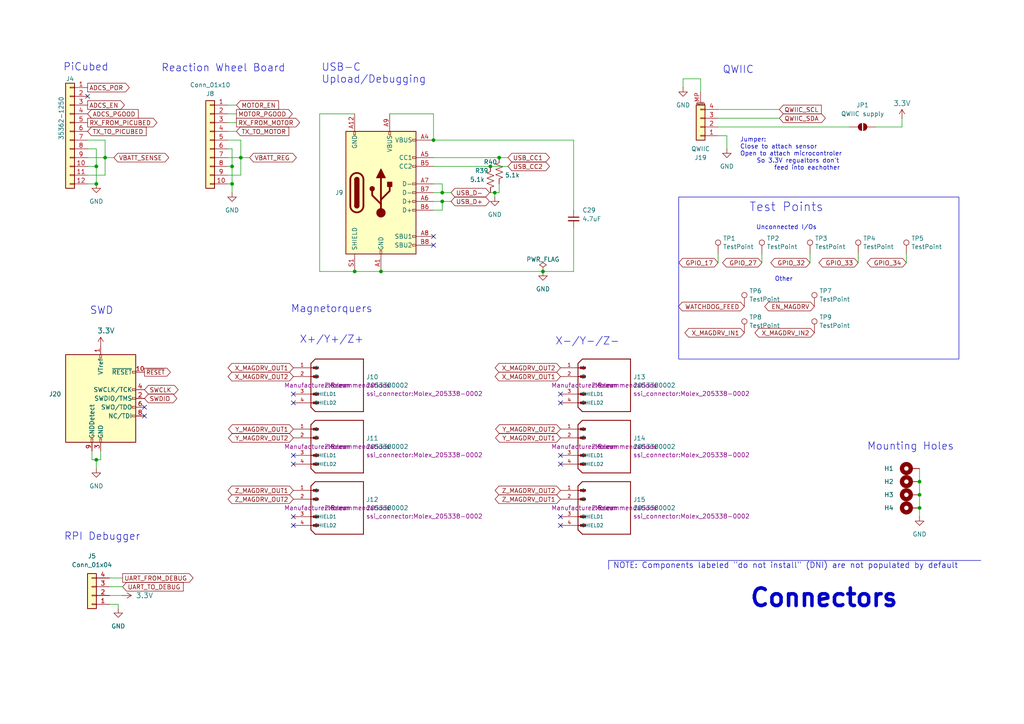
<source format=kicad_sch>
(kicad_sch (version 20250114) (generator "eeschema") (generator_version "9.0")
  (paper "A4")
  (title_block (title "ADCS Main Board") (date "2025-04-07") (rev "1.2") (company "Stanford Student Space Initiative") (comment 1 "Sage Wu"))
  (lib_symbols
    (symbol "Connector:Conn_ARM_JTAG_SWD_10" (pin_names (offset 1.016))
      (property "Reference" "J" (at -2.54 16.51 0))
      (property "Value" "Conn_ARM_JTAG_SWD_10" (at -2.54 13.97 0))
      (symbol "Conn_ARM_JTAG_SWD_10_0_1"
        (rectangle (start -10.16 12.7) (end 10.16 -12.7) (stroke (width 0.254)) (fill (type background)))
        (rectangle (start -2.794 -12.7) (end -2.286 -11.684))
        (rectangle (start -0.254 12.7) (end 0.254 11.684))
        (rectangle (start -0.254 -12.7) (end 0.254 -11.684))
        (rectangle (start 9.144 2.286) (end 10.16 2.794))
        (rectangle (start 10.16 7.874) (end 9.144 7.366))
        (rectangle (start 10.16 -0.254) (end 9.144 0.254))
        (rectangle (start 10.16 -2.794) (end 9.144 -2.286))
      )
      (symbol "Conn_ARM_JTAG_SWD_10_1_1"
        (rectangle (start 9.144 -5.334) (end 10.16 -4.826))
        (pin no_connect line (at -10.16 0 0) (length 2.54) (hide yes) (name "KEY") (number "7"))
        (pin passive line (at -2.54 -15.24 90) (length 2.54) (name "GNDDetect") (number "9"))
        (pin power_in line (at 0 15.24 270) (length 2.54) (name "VTref") (number "1"))
        (pin power_in line (at 0 -15.24 90) (length 2.54) (name "GND") (number "3"))
        (pin passive line (at 0 -15.24 90) (length 2.54) (hide yes) (name "GND") (number "5"))
        (pin open_collector line (at 12.7 7.62 180) (length 2.54) (name "~{RESET}") (number "10"))
        (pin output line (at 12.7 2.54 180) (length 2.54) (name "SWCLK/TCK") (number "4"))
        (pin bidirectional line (at 12.7 0 180) (length 2.54) (name "SWDIO/TMS") (number "2"))
        (pin input line (at 12.7 -2.54 180) (length 2.54) (name "SWO/TDO") (number "6"))
        (pin output line (at 12.7 -5.08 180) (length 2.54) (name "NC/TDI") (number "8"))
      )
    )
    (symbol "Connector:TestPoint" (pin_numbers (hide yes)) (pin_names (offset 0.762) (hide yes))
      (property "Reference" "TP" (at 0 6.858 0))
      (property "Value" "TestPoint" (at 0 5.08 0))
      (symbol "TestPoint_0_1"
        (circle (center 0 3.302) (radius 0.762))
      )
      (symbol "TestPoint_1_1"
        (pin passive line (at 0 0 90) (length 2.54) (name "1") (number "1"))
      )
    )
    (symbol "Connector_Generic:Conn_01x04" (pin_names (offset 1.016) (hide yes))
      (property "Reference" "J" (at 0 5.08 0))
      (property "Value" "Conn_01x04" (at 0 -7.62 0))
      (symbol "Conn_01x04_1_1"
        (rectangle (start -1.27 3.81) (end 1.27 -6.35) (stroke (width 0.254)) (fill (type background)))
        (rectangle (start -1.27 2.667) (end 0 2.413) (stroke (width 0.1524)))
        (rectangle (start -1.27 0.127) (end 0 -0.127) (stroke (width 0.1524)))
        (rectangle (start -1.27 -2.413) (end 0 -2.667) (stroke (width 0.1524)))
        (rectangle (start -1.27 -4.953) (end 0 -5.207) (stroke (width 0.1524)))
        (pin passive line (at -5.08 2.54 0) (length 3.81) (name "Pin_1") (number "1"))
        (pin passive line (at -5.08 0 0) (length 3.81) (name "Pin_2") (number "2"))
        (pin passive line (at -5.08 -2.54 0) (length 3.81) (name "Pin_3") (number "3"))
        (pin passive line (at -5.08 -5.08 0) (length 3.81) (name "Pin_4") (number "4"))
      )
    )
    (symbol "Connector_Generic:Conn_01x10" (pin_names (offset 1.016) (hide yes))
      (property "Reference" "J" (at 0 12.7 0))
      (property "Value" "Conn_01x10" (at 0 -15.24 0))
      (symbol "Conn_01x10_1_1"
        (rectangle (start -1.27 11.43) (end 1.27 -13.97) (stroke (width 0.254)) (fill (type background)))
        (rectangle (start -1.27 10.287) (end 0 10.033) (stroke (width 0.1524)))
        (rectangle (start -1.27 7.747) (end 0 7.493) (stroke (width 0.1524)))
        (rectangle (start -1.27 5.207) (end 0 4.953) (stroke (width 0.1524)))
        (rectangle (start -1.27 2.667) (end 0 2.413) (stroke (width 0.1524)))
        (rectangle (start -1.27 0.127) (end 0 -0.127) (stroke (width 0.1524)))
        (rectangle (start -1.27 -2.413) (end 0 -2.667) (stroke (width 0.1524)))
        (rectangle (start -1.27 -4.953) (end 0 -5.207) (stroke (width 0.1524)))
        (rectangle (start -1.27 -7.493) (end 0 -7.747) (stroke (width 0.1524)))
        (rectangle (start -1.27 -10.033) (end 0 -10.287) (stroke (width 0.1524)))
        (rectangle (start -1.27 -12.573) (end 0 -12.827) (stroke (width 0.1524)))
        (pin passive line (at -5.08 10.16 0) (length 3.81) (name "Pin_1") (number "1"))
        (pin passive line (at -5.08 7.62 0) (length 3.81) (name "Pin_2") (number "2"))
        (pin passive line (at -5.08 5.08 0) (length 3.81) (name "Pin_3") (number "3"))
        (pin passive line (at -5.08 2.54 0) (length 3.81) (name "Pin_4") (number "4"))
        (pin passive line (at -5.08 0 0) (length 3.81) (name "Pin_5") (number "5"))
        (pin passive line (at -5.08 -2.54 0) (length 3.81) (name "Pin_6") (number "6"))
        (pin passive line (at -5.08 -5.08 0) (length 3.81) (name "Pin_7") (number "7"))
        (pin passive line (at -5.08 -7.62 0) (length 3.81) (name "Pin_8") (number "8"))
        (pin passive line (at -5.08 -10.16 0) (length 3.81) (name "Pin_9") (number "9"))
        (pin passive line (at -5.08 -12.7 0) (length 3.81) (name "Pin_10") (number "10"))
      )
    )
    (symbol "Connector_Generic:Conn_01x12" (pin_names (offset 1.016) (hide yes))
      (property "Reference" "J" (at 0 15.24 0))
      (property "Value" "Conn_01x12" (at 0 -17.78 0))
      (symbol "Conn_01x12_1_1"
        (rectangle (start -1.27 13.97) (end 1.27 -16.51) (stroke (width 0.254)) (fill (type background)))
        (rectangle (start -1.27 12.827) (end 0 12.573) (stroke (width 0.1524)))
        (rectangle (start -1.27 10.287) (end 0 10.033) (stroke (width 0.1524)))
        (rectangle (start -1.27 7.747) (end 0 7.493) (stroke (width 0.1524)))
        (rectangle (start -1.27 5.207) (end 0 4.953) (stroke (width 0.1524)))
        (rectangle (start -1.27 2.667) (end 0 2.413) (stroke (width 0.1524)))
        (rectangle (start -1.27 0.127) (end 0 -0.127) (stroke (width 0.1524)))
        (rectangle (start -1.27 -2.413) (end 0 -2.667) (stroke (width 0.1524)))
        (rectangle (start -1.27 -4.953) (end 0 -5.207) (stroke (width 0.1524)))
        (rectangle (start -1.27 -7.493) (end 0 -7.747) (stroke (width 0.1524)))
        (rectangle (start -1.27 -10.033) (end 0 -10.287) (stroke (width 0.1524)))
        (rectangle (start -1.27 -12.573) (end 0 -12.827) (stroke (width 0.1524)))
        (rectangle (start -1.27 -15.113) (end 0 -15.367) (stroke (width 0.1524)))
        (pin passive line (at -5.08 12.7 0) (length 3.81) (name "Pin_1") (number "1"))
        (pin passive line (at -5.08 10.16 0) (length 3.81) (name "Pin_2") (number "2"))
        (pin passive line (at -5.08 7.62 0) (length 3.81) (name "Pin_3") (number "3"))
        (pin passive line (at -5.08 5.08 0) (length 3.81) (name "Pin_4") (number "4"))
        (pin passive line (at -5.08 2.54 0) (length 3.81) (name "Pin_5") (number "5"))
        (pin passive line (at -5.08 0 0) (length 3.81) (name "Pin_6") (number "6"))
        (pin passive line (at -5.08 -2.54 0) (length 3.81) (name "Pin_7") (number "7"))
        (pin passive line (at -5.08 -5.08 0) (length 3.81) (name "Pin_8") (number "8"))
        (pin passive line (at -5.08 -7.62 0) (length 3.81) (name "Pin_9") (number "9"))
        (pin passive line (at -5.08 -10.16 0) (length 3.81) (name "Pin_10") (number "10"))
        (pin passive line (at -5.08 -12.7 0) (length 3.81) (name "Pin_11") (number "11"))
        (pin passive line (at -5.08 -15.24 0) (length 3.81) (name "Pin_12") (number "12"))
      )
    )
    (symbol "Connector_Generic_MountingPin:Conn_01x04_MountingPin" (pin_names (offset 1.016) (hide yes))
      (property "Reference" "J" (at 0 5.08 0))
      (property "Value" "Conn_01x04_MountingPin" (at 1.27 -7.62 0))
      (symbol "Conn_01x04_MountingPin_1_1"
        (rectangle (start -1.27 3.81) (end 1.27 -6.35) (stroke (width 0.254)) (fill (type background)))
        (rectangle (start -1.27 2.667) (end 0 2.413) (stroke (width 0.1524)))
        (rectangle (start -1.27 0.127) (end 0 -0.127) (stroke (width 0.1524)))
        (rectangle (start -1.27 -2.413) (end 0 -2.667) (stroke (width 0.1524)))
        (rectangle (start -1.27 -4.953) (end 0 -5.207) (stroke (width 0.1524)))
        (polyline (pts (xy -1.016 -7.112) (xy 1.016 -7.112)) (stroke (width 0.1524)))
        (text "Mounting" (at 0 -6.731 0) (effects (font (size 0.381 0.381))))
        (pin passive line (at -5.08 2.54 0) (length 3.81) (name "Pin_1") (number "1"))
        (pin passive line (at -5.08 0 0) (length 3.81) (name "Pin_2") (number "2"))
        (pin passive line (at -5.08 -2.54 0) (length 3.81) (name "Pin_3") (number "3"))
        (pin passive line (at -5.08 -5.08 0) (length 3.81) (name "Pin_4") (number "4"))
        (pin passive line (at 0 -10.16 90) (length 3.048) (name "MountPin") (number "MP"))
      )
    )
    (symbol "Device:C_Small" (pin_numbers (hide yes)) (pin_names (offset 0.254) (hide yes))
      (property "Reference" "C" (at 0.254 1.778 0))
      (property "Value" "C_Small" (at 0.254 -2.032 0))
      (symbol "C_Small_0_1"
        (polyline (pts (xy -1.524 0.508) (xy 1.524 0.508)) (stroke (width 0.3048)))
        (polyline (pts (xy -1.524 -0.508) (xy 1.524 -0.508)) (stroke (width 0.3302)))
      )
      (symbol "C_Small_1_1"
        (pin passive line (at 0 2.54 270) (length 2.032) (name "~") (number "1"))
        (pin passive line (at 0 -2.54 90) (length 2.032) (name "~") (number "2"))
      )
    )
    (symbol "Device:R_US" (pin_numbers (hide yes)) (pin_names (offset 0))
      (property "Reference" "R" (at 2.54 0 90))
      (property "Value" "R_US" (at -2.54 0 90))
      (symbol "R_US_0_1"
        (polyline (pts (xy 0 2.286) (xy 0 2.54)))
        (polyline (pts (xy 0 2.286) (xy 1.016 1.905) (xy 0 1.524) (xy -1.016 1.143) (xy 0 0.762)))
        (polyline (pts (xy 0 0.762) (xy 1.016 0.381) (xy 0 0) (xy -1.016 -0.381) (xy 0 -0.762)))
        (polyline (pts (xy 0 -0.762) (xy 1.016 -1.143) (xy 0 -1.524) (xy -1.016 -1.905) (xy 0 -2.286)))
        (polyline (pts (xy 0 -2.286) (xy 0 -2.54)))
      )
      (symbol "R_US_1_1"
        (pin passive line (at 0 3.81 270) (length 1.27) (name "~") (number "1"))
        (pin passive line (at 0 -3.81 90) (length 1.27) (name "~") (number "2"))
      )
    )
    (symbol "Jumper:SolderJumper_2_Open" (pin_numbers (hide yes)) (pin_names (offset 0) (hide yes)) (exclude_from_sim yes) (in_bom no)
      (property "Reference" "JP" (at 0 2.032 0))
      (property "Value" "SolderJumper_2_Open" (at 0 -2.54 0))
      (symbol "SolderJumper_2_Open_0_1"
        (polyline (pts (xy -0.254 1.016) (xy -0.254 -1.016)))
        (arc (start -0.254 -1.016) (mid -1.2656 0) (end -0.254 1.016))
        (arc (start -0.254 -1.016) (mid -1.2656 0) (end -0.254 1.016) (fill (type outline)))
        (arc (start 0.254 1.016) (mid 1.2656 0) (end 0.254 -1.016))
        (arc (start 0.254 1.016) (mid 1.2656 0) (end 0.254 -1.016) (fill (type outline)))
        (polyline (pts (xy 0.254 1.016) (xy 0.254 -1.016)))
      )
      (symbol "SolderJumper_2_Open_1_1"
        (pin passive line (at -3.81 0 0) (length 2.54) (name "A") (number "1"))
        (pin passive line (at 3.81 0 180) (length 2.54) (name "B") (number "2"))
      )
    )
    (symbol "Mechanical:MountingHole_Pad" (pin_numbers (hide yes)) (pin_names (offset 1.016) (hide yes)) (exclude_from_sim yes) (in_bom no)
      (property "Reference" "H" (at 0 6.35 0))
      (property "Value" "MountingHole_Pad" (at 0 4.445 0))
      (symbol "MountingHole_Pad_0_1"
        (circle (center 0 1.27) (radius 1.27) (stroke (width 1.27)))
      )
      (symbol "MountingHole_Pad_1_1"
        (pin input line (at 0 -2.54 90) (length 2.54) (name "1") (number "1"))
      )
    )
    (symbol "power:+3.3V" (power) (pin_numbers (hide yes)) (pin_names (offset 0) (hide yes))
      (property "Value" "+3.3V" (at 0 3.556 0))
      (symbol "+3.3V_0_1"
        (polyline (pts (xy -0.762 1.27) (xy 0 2.54)))
        (polyline (pts (xy 0 2.54) (xy 0.762 1.27)))
        (polyline (pts (xy 0 0) (xy 0 2.54)))
      )
      (symbol "+3.3V_1_1"
        (pin power_in line (at 0 0 90) (length 0) (name "~") (number "1"))
      )
    )
    (symbol "power:GND" (power) (pin_numbers (hide yes)) (pin_names (offset 0) (hide yes))
      (property "Value" "GND" (at 0 -3.81 0))
      (symbol "GND_0_1"
        (polyline (pts (xy 0 0) (xy 0 -1.27) (xy 1.27 -1.27) (xy 0 -2.54) (xy -1.27 -1.27) (xy 0 -1.27)))
      )
      (symbol "GND_1_1"
        (pin power_in line (at 0 0 270) (length 0) (name "~") (number "1"))
      )
    )
    (symbol "power:PWR_FLAG" (power) (pin_numbers (hide yes)) (pin_names (offset 0) (hide yes))
      (property "Value" "PWR_FLAG" (at 0 3.81 0))
      (symbol "PWR_FLAG_0_0"
        (pin power_out line (at 0 0 90) (length 0) (name "~") (number "1"))
      )
      (symbol "PWR_FLAG_0_1"
        (polyline (pts (xy 0 0) (xy 0 1.27) (xy -1.016 1.905) (xy 0 2.54) (xy 1.016 1.905) (xy 0 1.27)))
      )
    )
    (symbol "ssi_connector:205338-0002" (pin_names (offset 1.016))
      (property "Reference" "J*" (at 8.89 2.54 0))
      (property "Value" "205338-0002" (at 8.89 0 0))
      (property "Footprint" "ssi_connector:Molex_205338-0002" (at 8.89 -2.54 0))
      (symbol "205338-0002_0_0"
        (polyline (pts (xy -7.62 6.35) (xy -7.62 -6.35)) (stroke (width 0.254)))
        (polyline (pts (xy -7.62 6.35) (xy -6.35 7.62)) (stroke (width 0.254)))
        (polyline (pts (xy -7.62 5.08) (xy -5.715 5.08)) (stroke (width 0.254)))
        (polyline (pts (xy -7.62 2.54) (xy -5.715 2.54)) (stroke (width 0.254)))
        (polyline (pts (xy -7.62 -2.54) (xy -5.715 -2.54)) (stroke (width 0.254)))
        (polyline (pts (xy -7.62 -5.08) (xy -5.715 -5.08)) (stroke (width 0.254)))
        (polyline (pts (xy -7.62 -6.35) (xy -6.35 -7.62)) (stroke (width 0.254)))
        (rectangle (start -6.985 4.7625) (end -5.3975 5.3975) (stroke (width 0.1)) (fill (type outline)))
        (rectangle (start -6.985 2.2225) (end -5.3975 2.8575) (stroke (width 0.1)) (fill (type outline)))
        (rectangle (start -6.985 -2.8575) (end -5.3975 -2.2225) (stroke (width 0.1)) (fill (type outline)))
        (rectangle (start -6.985 -5.3975) (end -5.3975 -4.7625) (stroke (width 0.1)) (fill (type outline)))
        (polyline (pts (xy -6.35 -7.62) (xy 7.62 -7.62)) (stroke (width 0.254)))
        (polyline (pts (xy 7.62 7.62) (xy -6.35 7.62)) (stroke (width 0.254)))
        (polyline (pts (xy 7.62 -7.62) (xy 7.62 7.62)) (stroke (width 0.254)))
        (pin passive line (at -12.7 5.08 0) (length 5.08) (name "1") (number "1"))
        (pin passive line (at -12.7 2.54 0) (length 5.08) (name "2") (number "2"))
        (pin passive line (at -12.7 -2.54 0) (length 5.08) (name "SHIELD1") (number "3"))
        (pin passive line (at -12.7 -5.08 0) (length 5.08) (name "SHIELD2") (number "4"))
      )
    )
    (symbol "ssi_connector:USB_C_pycubed" (pin_names (offset 1.016))
      (property "Reference" "J" (at -12.7 0 90))
      (symbol "USB_C_pycubed_1_1"
        (rectangle (start -10.16 17.78) (end 10.16 -17.78) (stroke (width 0.254)) (fill (type background)))
        (polyline (pts (xy -8.89 -3.81) (xy -8.89 3.81)) (stroke (width 0.508)))
        (rectangle (start -7.874 17.78) (end -7.366 16.764))
        (rectangle (start -7.62 -3.81) (end -6.35 3.81) (stroke (width 0.254)) (fill (type outline)))
        (arc (start -7.62 3.81) (mid -6.985 4.4423) (end -6.35 3.81) (stroke (width 0.254)))
        (arc (start -7.62 3.81) (mid -6.985 4.4423) (end -6.35 3.81) (stroke (width 0.254)) (fill (type outline)))
        (arc (start -8.89 3.81) (mid -6.985 5.7067) (end -5.08 3.81) (stroke (width 0.508)))
        (arc (start -5.08 -3.81) (mid -6.985 -5.7067) (end -8.89 -3.81) (stroke (width 0.508)))
        (arc (start -6.35 -3.81) (mid -6.985 -4.4423) (end -7.62 -3.81) (stroke (width 0.254)))
        (arc (start -6.35 -3.81) (mid -6.985 -4.4423) (end -7.62 -3.81) (stroke (width 0.254)) (fill (type outline)))
        (polyline (pts (xy -5.08 3.81) (xy -5.08 -3.81)) (stroke (width 0.508)))
        (circle (center -2.54 1.143) (radius 0.635) (stroke (width 0.254)) (fill (type outline)))
        (polyline (pts (xy -1.27 4.318) (xy 0 6.858) (xy 1.27 4.318) (xy -1.27 4.318)) (stroke (width 0.254)) (fill (type outline)))
        (rectangle (start -0.254 -17.78) (end 0.254 -16.764))
        (polyline (pts (xy 0 -2.032) (xy 2.54 0.508) (xy 2.54 1.778)) (stroke (width 0.508)))
        (polyline (pts (xy 0 -3.302) (xy -2.54 -0.762) (xy -2.54 0.508)) (stroke (width 0.508)))
        (polyline (pts (xy 0 -5.842) (xy 0 4.318)) (stroke (width 0.508)))
        (circle (center 0 -5.842) (radius 1.27) (fill (type outline)))
        (rectangle (start 1.905 1.778) (end 3.175 3.048) (stroke (width 0.254)) (fill (type outline)))
        (rectangle (start 2.286 17.78) (end 2.794 16.764))
        (rectangle (start 10.16 15.494) (end 9.144 14.986))
        (rectangle (start 10.16 10.414) (end 9.144 9.906))
        (rectangle (start 10.16 7.874) (end 9.144 7.366))
        (rectangle (start 10.16 2.794) (end 9.144 2.286))
        (rectangle (start 10.16 0.254) (end 9.144 -0.254))
        (rectangle (start 10.16 -2.286) (end 9.144 -2.794))
        (rectangle (start 10.16 -4.826) (end 9.144 -5.334))
        (rectangle (start 10.16 -12.446) (end 9.144 -12.954))
        (rectangle (start 10.16 -14.986) (end 9.144 -15.494))
        (pin passive line (at -7.62 22.86 270) (length 5.08) (name "GND") (number "A12"))
        (pin passive line (at -7.62 -22.86 90) (length 5.08) (name "SHIELD") (number "S1"))
        (pin passive line (at 0 -22.86 90) (length 5.08) (name "GND") (number "A1"))
        (pin passive line (at 2.54 22.86 270) (length 5.08) (name "VBUS") (number "A9"))
        (pin passive line (at 15.24 15.24 180) (length 5.08) (name "VBUS") (number "A4"))
        (pin bidirectional line (at 15.24 10.16 180) (length 5.08) (name "CC1") (number "A5"))
        (pin bidirectional line (at 15.24 7.62 180) (length 5.08) (name "CC2") (number "B5"))
        (pin bidirectional line (at 15.24 2.54 180) (length 5.08) (name "D-") (number "A7"))
        (pin bidirectional line (at 15.24 0 180) (length 5.08) (name "D-") (number "B7"))
        (pin bidirectional line (at 15.24 -2.54 180) (length 5.08) (name "D+") (number "A6"))
        (pin bidirectional line (at 15.24 -5.08 180) (length 5.08) (name "D+") (number "B6"))
        (pin bidirectional line (at 15.24 -12.7 180) (length 5.08) (name "SBU1") (number "A8"))
        (pin bidirectional line (at 15.24 -15.24 180) (length 5.08) (name "SBU2") (number "B8"))
      )
    )
  )
  (rectangle (start 196.85 57.15) (end 278.13 104.14))
  (text "Reaction Wheel Board\n" (at 46.736 21.082 0) (effects (font (size 2.159 2.159)) (justify left bottom)))
  (text "Unconnected I/Os" (at 228.092 66.04 0) (effects (font (size 1.27 1.27))))
  (text "Jumper:\nClose to attach sensor\nOpen to attach microcontroler\n	So 3.3V regualtors don't\n		feed into eachother" (at 214.63 49.53 0) (effects (font (size 1.27 1.27)) (justify left bottom)))
  (text "USB-C\nUpload/Debugging" (at 93.218 24.384 0) (effects (font (size 2.159 2.159)) (justify left bottom)))
  (text "NOTE: Components labeled \"do not install\" (DNI) are not populated by default" (at 177.8 165.1 0) (effects (font (size 1.651 1.651)) (justify left bottom)))
  (text "Magnetorquers" (at 84.328 90.932 0) (effects (font (size 2.159 2.159)) (justify left bottom)))
  (text "PiCubed" (at 18.288 20.828 0) (effects (font (size 2.159 2.159)) (justify left bottom)))
  (text "Connectors" (at 217.17 176.53 0) (effects (font (size 5.08 5.08) (thickness 1.016) (bold yes)) (justify left bottom)))
  (text "Test Points" (at 228.092 60.198 0) (effects (font (size 2.54 2.54))))
  (text "RPI Debugger" (at 18.542 156.972 0) (effects (font (size 2.159 2.159)) (justify left bottom)))
  (text "X+/Y+/Z+" (at 86.868 99.822 0) (effects (font (size 2.159 2.159)) (justify left bottom)))
  (text "SWD" (at 26.035 91.44 0) (effects (font (size 2.159 2.159)) (justify left bottom)))
  (text "QWIIC" (at 209.55 21.59 0) (effects (font (size 2.159 2.159)) (justify left bottom)))
  (text "Mounting Holes" (at 251.46 130.81 0) (effects (font (size 2.159 2.159)) (justify left bottom)))
  (text "Other" (at 227.33 81.026 0) (effects (font (size 1.27 1.27))))
  (text "X-/Y-/Z-" (at 161.036 100.33 0) (effects (font (size 2.159 2.159)) (justify left bottom)))
  (junction (at 30.48 45.72))
  (junction (at 144.78 45.72))
  (junction (at 102.87 78.74))
  (junction (at 67.31 48.26))
  (junction (at 67.31 53.34))
  (junction (at 157.48 78.74))
  (junction (at 110.49 78.74))
  (junction (at 143.51 55.88))
  (junction (at 27.94 48.26))
  (junction (at 266.7 143.51))
  (junction (at 69.85 45.72))
  (junction (at 128.27 55.88))
  (junction (at 266.7 147.32))
  (junction (at 125.73 40.64))
  (junction (at 27.94 53.34))
  (junction (at 128.27 58.42))
  (junction (at 27.94 133.35))
  (junction (at 266.7 139.7))
  (junction (at 142.24 48.26))
  (no_connect (at 41.91 120.65))
  (no_connect (at 162.56 116.84))
  (no_connect (at 125.73 71.12))
  (no_connect (at 85.09 116.84))
  (no_connect (at 85.09 149.86))
  (no_connect (at 41.91 118.11))
  (no_connect (at 162.56 149.86))
  (no_connect (at 162.56 132.08))
  (no_connect (at 162.56 134.62))
  (no_connect (at 85.09 134.62))
  (no_connect (at 85.09 132.08))
  (no_connect (at 162.56 152.4))
  (no_connect (at 85.09 114.3))
  (no_connect (at 162.56 114.3))
  (no_connect (at 125.73 68.58))
  (no_connect (at 25.4 27.94))
  (no_connect (at 85.09 152.4))
  (wire (pts (xy 166.37 66.04) (xy 166.37 78.74)))
  (wire (pts (xy 66.04 45.72) (xy 69.85 45.72)))
  (polyline (pts (xy 176.53 165.1) (xy 176.53 162.56)))
  (wire (pts (xy 66.04 33.02) (xy 68.58 33.02)))
  (wire (pts (xy 34.29 175.26) (xy 34.29 176.53)))
  (wire (pts (xy 25.4 40.64) (xy 30.48 40.64)))
  (wire (pts (xy 220.98 76.2) (xy 220.98 73.66)))
  (wire (pts (xy 27.94 133.35) (xy 29.21 133.35)))
  (wire (pts (xy 66.04 43.18) (xy 67.31 43.18)))
  (wire (pts (xy 144.78 45.72) (xy 147.32 45.72)))
  (wire (pts (xy 125.73 48.26) (xy 142.24 48.26)))
  (wire (pts (xy 92.71 78.74) (xy 92.71 33.02)))
  (wire (pts (xy 66.04 38.1) (xy 68.58 38.1)))
  (wire (pts (xy 67.31 48.26) (xy 67.31 53.34)))
  (wire (pts (xy 142.24 48.26) (xy 147.32 48.26)))
  (wire (pts (xy 266.7 143.51) (xy 266.7 147.32)))
  (wire (pts (xy 69.85 45.72) (xy 69.85 50.8)))
  (wire (pts (xy 125.73 33.02) (xy 125.73 40.64)))
  (wire (pts (xy 67.31 43.18) (xy 67.31 48.26)))
  (wire (pts (xy 266.7 139.7) (xy 266.7 143.51)))
  (wire (pts (xy 128.27 60.96) (xy 128.27 58.42)))
  (wire (pts (xy 208.28 76.2) (xy 208.28 73.66)))
  (wire (pts (xy 157.48 78.74) (xy 110.49 78.74)))
  (wire (pts (xy 66.04 35.56) (xy 68.58 35.56)))
  (wire (pts (xy 125.73 60.96) (xy 128.27 60.96)))
  (wire (pts (xy 261.62 36.83) (xy 254 36.83)))
  (wire (pts (xy 27.94 43.18) (xy 25.4 43.18)))
  (wire (pts (xy 128.27 58.42) (xy 125.73 58.42)))
  (wire (pts (xy 166.37 40.64) (xy 166.37 60.96)))
  (wire (pts (xy 30.48 45.72) (xy 25.4 45.72)))
  (wire (pts (xy 210.82 39.37) (xy 208.28 39.37)))
  (wire (pts (xy 66.04 30.48) (xy 68.58 30.48)))
  (wire (pts (xy 198.12 25.4) (xy 198.12 22.86)))
  (wire (pts (xy 25.4 50.8) (xy 30.48 50.8)))
  (wire (pts (xy 266.7 135.89) (xy 266.7 139.7)))
  (wire (pts (xy 266.7 147.32) (xy 266.7 149.86)))
  (wire (pts (xy 69.85 40.64) (xy 69.85 45.72)))
  (wire (pts (xy 128.27 53.34) (xy 128.27 55.88)))
  (wire (pts (xy 31.75 170.18) (xy 35.56 170.18)))
  (wire (pts (xy 66.04 50.8) (xy 69.85 50.8)))
  (wire (pts (xy 69.85 45.72) (xy 72.39 45.72)))
  (wire (pts (xy 33.02 45.72) (xy 30.48 45.72)))
  (wire (pts (xy 102.87 78.74) (xy 92.71 78.74)))
  (wire (pts (xy 234.95 76.2) (xy 234.95 73.66)))
  (wire (pts (xy 102.87 78.74) (xy 110.49 78.74)))
  (wire (pts (xy 166.37 40.64) (xy 125.73 40.64)))
  (wire (pts (xy 143.51 55.88) (xy 144.78 55.88)))
  (wire (pts (xy 208.28 34.29) (xy 226.06 34.29)))
  (wire (pts (xy 128.27 55.88) (xy 130.81 55.88)))
  (wire (pts (xy 261.62 34.29) (xy 261.62 36.83)))
  (wire (pts (xy 27.94 53.34) (xy 27.94 48.26)))
  (wire (pts (xy 30.48 50.8) (xy 30.48 45.72)))
  (wire (pts (xy 29.21 130.81) (xy 29.21 133.35)))
  (wire (pts (xy 125.73 53.34) (xy 128.27 53.34)))
  (wire (pts (xy 113.03 33.02) (xy 125.73 33.02)))
  (wire (pts (xy 262.89 73.66) (xy 262.89 76.2)))
  (wire (pts (xy 25.4 48.26) (xy 27.94 48.26)))
  (wire (pts (xy 27.94 48.26) (xy 27.94 43.18)))
  (wire (pts (xy 198.12 22.86) (xy 203.2 22.86)))
  (wire (pts (xy 143.51 55.88) (xy 143.51 57.15)))
  (wire (pts (xy 27.94 133.35) (xy 27.94 135.89)))
  (wire (pts (xy 144.78 55.88) (xy 144.78 53.34)))
  (wire (pts (xy 208.28 31.75) (xy 226.06 31.75)))
  (wire (pts (xy 67.31 53.34) (xy 67.31 55.88)))
  (wire (pts (xy 125.73 45.72) (xy 144.78 45.72)))
  (wire (pts (xy 66.04 48.26) (xy 67.31 48.26)))
  (wire (pts (xy 26.67 130.81) (xy 26.67 133.35)))
  (wire (pts (xy 142.24 55.88) (xy 143.51 55.88)))
  (wire (pts (xy 166.37 78.74) (xy 157.48 78.74)))
  (wire (pts (xy 210.82 43.18) (xy 210.82 39.37)))
  (wire (pts (xy 31.75 175.26) (xy 34.29 175.26)))
  (wire (pts (xy 128.27 58.42) (xy 130.81 58.42)))
  (wire (pts (xy 203.2 22.86) (xy 203.2 26.67)))
  (wire (pts (xy 208.28 36.83) (xy 246.38 36.83)))
  (wire (pts (xy 248.92 76.2) (xy 248.92 73.66)))
  (wire (pts (xy 66.04 53.34) (xy 67.31 53.34)))
  (wire (pts (xy 92.71 33.02) (xy 102.87 33.02)))
  (wire (pts (xy 31.75 167.64) (xy 35.56 167.64)))
  (wire (pts (xy 25.4 53.34) (xy 27.94 53.34)))
  (wire (pts (xy 128.27 55.88) (xy 125.73 55.88)))
  (wire (pts (xy 30.48 45.72) (xy 30.48 40.64)))
  (polyline (pts (xy 176.53 162.56) (xy 284.48 162.56)))
  (wire (pts (xy 31.75 172.72) (xy 35.56 172.72)))
  (wire (pts (xy 26.67 133.35) (xy 27.94 133.35)))
  (wire (pts (xy 66.04 40.64) (xy 69.85 40.64)))
  (global_label "QWIIC_SCL" (shape input) (at 226.06 31.75 0) (property "Intersheetrefs" "${INTERSHEET_REFS}" (effects (hide yes))))
  (global_label "SWDIO" (shape bidirectional) (at 41.91 115.57 0) (property "Intersheetrefs" "${INTERSHEET_REFS}" (effects (hide yes))))
  (global_label "~{RESET}" (shape output) (at 41.91 107.95 0) (effects (font (size 1.1684 1.1684))) (property "Intersheetrefs" "${INTERSHEET_REFS}" (effects (hide yes))))
  (global_label "X_MAGDRV_OUT1" (shape bidirectional) (at 162.56 109.22 180) (property "Intersheetrefs" "${INTERSHEET_REFS}" (effects (hide yes))))
  (global_label "GPIO_33" (shape bidirectional) (at 248.92 76.2 180) (property "Intersheetrefs" "${INTERSHEET_REFS}" (effects (hide yes))))
  (global_label "WATCHDOG_FEED" (shape bidirectional) (at 215.9 88.9 180) (property "Intersheetrefs" "${INTERSHEET_REFS}" (effects (hide yes))))
  (global_label "GPIO_32" (shape bidirectional) (at 234.95 76.2 180) (property "Intersheetrefs" "${INTERSHEET_REFS}" (effects (hide yes))))
  (global_label "UART_TO_DEBUG" (shape input) (at 35.56 170.18 0) (property "Intersheetrefs" "${INTERSHEET_REFS}" (effects (hide yes))))
  (global_label "Y_MAGDRV_OUT1" (shape bidirectional) (at 85.09 124.46 180) (property "Intersheetrefs" "${INTERSHEET_REFS}" (effects (hide yes))))
  (global_label "X_MAGDRV_OUT2" (shape bidirectional) (at 85.09 109.22 180) (property "Intersheetrefs" "${INTERSHEET_REFS}" (effects (hide yes))))
  (global_label "UART_FROM_DEBUG" (shape output) (at 35.56 167.64 0) (property "Intersheetrefs" "${INTERSHEET_REFS}" (effects (hide yes))))
  (global_label "MOTOR_EN" (shape input) (at 68.58 30.48 0) (property "Intersheetrefs" "${INTERSHEET_REFS}" (effects (hide yes))))
  (global_label "Y_MAGDRV_OUT2" (shape bidirectional) (at 85.09 127 180) (property "Intersheetrefs" "${INTERSHEET_REFS}" (effects (hide yes))))
  (global_label "X_MAGDRV_OUT1" (shape bidirectional) (at 85.09 106.68 180) (property "Intersheetrefs" "${INTERSHEET_REFS}" (effects (hide yes))))
  (global_label "USB_D+" (shape bidirectional) (at 130.81 58.42 0) (property "Intersheetrefs" "${INTERSHEET_REFS}" (effects (hide yes))))
  (global_label "X_MAGDRV_IN1" (shape bidirectional) (at 215.9 96.52 180) (property "Intersheetrefs" "${INTERSHEET_REFS}" (effects (hide yes))))
  (global_label "X_MAGDRV_OUT2" (shape bidirectional) (at 162.56 106.68 180) (property "Intersheetrefs" "${INTERSHEET_REFS}" (effects (hide yes))))
  (global_label "ADCS_PGOOD" (shape input) (at 25.4 33.02 0) (property "Intersheetrefs" "${INTERSHEET_REFS}" (effects (hide yes))))
  (global_label "TX_TO_MOTOR" (shape input) (at 68.58 38.1 0) (property "Intersheetrefs" "${INTERSHEET_REFS}" (effects (hide yes))))
  (global_label "ADCS_EN" (shape output) (at 25.4 30.48 0) (property "Intersheetrefs" "${INTERSHEET_REFS}" (effects (hide yes))))
  (global_label "RX_FROM_PICUBED" (shape output) (at 25.4 35.56 0) (property "Intersheetrefs" "${INTERSHEET_REFS}" (effects (hide yes))))
  (global_label "GPIO_17" (shape bidirectional) (at 208.28 76.2 180) (property "Intersheetrefs" "${INTERSHEET_REFS}" (effects (hide yes))))
  (global_label "TX_TO_PICUBED" (shape input) (at 25.4 38.1 0) (property "Intersheetrefs" "${INTERSHEET_REFS}" (effects (hide yes))))
  (global_label "GPIO_34" (shape bidirectional) (at 262.89 76.2 180) (property "Intersheetrefs" "${INTERSHEET_REFS}" (effects (hide yes))))
  (global_label "X_MAGDRV_IN2" (shape bidirectional) (at 236.22 96.52 180) (property "Intersheetrefs" "${INTERSHEET_REFS}" (effects (hide yes))))
  (global_label "VBATT_REG" (shape bidirectional) (at 72.39 45.72 0) (property "Intersheetrefs" "${INTERSHEET_REFS}" (effects (hide yes))))
  (global_label "ADCS_POR" (shape output) (at 25.4 25.4 0) (property "Intersheetrefs" "${INTERSHEET_REFS}" (effects (hide yes))))
  (global_label "Z_MAGDRV_OUT2" (shape bidirectional) (at 85.09 144.78 180) (property "Intersheetrefs" "${INTERSHEET_REFS}" (effects (hide yes))))
  (global_label "RX_FROM_MOTOR" (shape output) (at 68.58 35.56 0) (property "Intersheetrefs" "${INTERSHEET_REFS}" (effects (hide yes))))
  (global_label "SWCLK" (shape bidirectional) (at 41.91 113.03 0) (property "Intersheetrefs" "${INTERSHEET_REFS}" (effects (hide yes))))
  (global_label "Z_MAGDRV_OUT2" (shape bidirectional) (at 162.56 142.24 180) (property "Intersheetrefs" "${INTERSHEET_REFS}" (effects (hide yes))))
  (global_label "EN_MAGDRV" (shape bidirectional) (at 236.22 88.9 180) (property "Intersheetrefs" "${INTERSHEET_REFS}" (effects (hide yes))))
  (global_label "USB_CC2" (shape bidirectional) (at 147.32 48.26 0) (property "Intersheetrefs" "${INTERSHEET_REFS}" (effects (hide yes))))
  (global_label "USB_CC1" (shape bidirectional) (at 147.32 45.72 0) (property "Intersheetrefs" "${INTERSHEET_REFS}" (effects (hide yes))))
  (global_label "MOTOR_PGOOD" (shape output) (at 68.58 33.02 0) (property "Intersheetrefs" "${INTERSHEET_REFS}" (effects (hide yes))))
  (global_label "GPIO_27" (shape bidirectional) (at 220.98 76.2 180) (property "Intersheetrefs" "${INTERSHEET_REFS}" (effects (hide yes))))
  (global_label "USB_D-" (shape bidirectional) (at 130.81 55.88 0) (property "Intersheetrefs" "${INTERSHEET_REFS}" (effects (hide yes))))
  (global_label "QWIIC_SDA" (shape bidirectional) (at 226.06 34.29 0) (property "Intersheetrefs" "${INTERSHEET_REFS}" (effects (hide yes))))
  (global_label "VBATT_SENSE" (shape bidirectional) (at 33.02 45.72 0) (property "Intersheetrefs" "${INTERSHEET_REFS}" (effects (hide yes))))
  (global_label "Z_MAGDRV_OUT1" (shape bidirectional) (at 162.56 144.78 180) (property "Intersheetrefs" "${INTERSHEET_REFS}" (effects (hide yes))))
  (global_label "Z_MAGDRV_OUT1" (shape bidirectional) (at 85.09 142.24 180) (property "Intersheetrefs" "${INTERSHEET_REFS}" (effects (hide yes))))
  (global_label "Y_MAGDRV_OUT1" (shape bidirectional) (at 162.56 127 180) (property "Intersheetrefs" "${INTERSHEET_REFS}" (effects (hide yes))))
  (global_label "Y_MAGDRV_OUT2" (shape bidirectional) (at 162.56 124.46 180) (property "Intersheetrefs" "${INTERSHEET_REFS}" (effects (hide yes))))
  (symbol (lib_id "Device:R_US") (at 144.78 49.53 0) (mirror x) (unit 1)
    (property "Reference" "R40" (at 142.24 46.99 0))
    (property "Value" "5.1k" (at 148.59 50.8 0))
    (property "Footprint" "Resistor_SMD:R_0603_1608Metric" (effects (hide yes)))
    (property "Description" "5.1k 0603" (effects (hide yes)))
  )
  (symbol (lib_id "Device:R_US") (at 142.24 52.07 0) (mirror x) (unit 1)
    (property "Reference" "R39" (at 139.7 49.53 0))
    (property "Value" "5.1k" (at 138.43 52.07 0))
    (property "Footprint" "Resistor_SMD:R_0603_1608Metric" (effects (hide yes)))
    (property "Description" "5.1k 0603" (effects (hide yes)))
  )
  (symbol (lib_id "Device:C_Small") (at 166.37 63.5 0) (unit 1)
    (property "Reference" "C29" (at 168.91 60.96 0) (effects (justify left)))
    (property "Value" "4.7uF" (at 168.91 63.5 0) (effects (justify left)))
    (property "Footprint" "Capacitor_SMD:C_0603_1608Metric" (effects (hide yes)))
    (property "Description" "4.7uF +-20% 10V X5R" (effects (hide yes)))
  )
  (symbol (lib_id "ssi_connector:USB_C_pycubed") (at 110.49 55.88 0) (unit 1)
    (property "Reference" "J9" (at 99.5934 55.88 0) (effects (justify right)))
    (property "Value" "USB_C_pycubed" (effects (hide yes)))
    (property "Footprint" "ssi_connector:USB_C_Receptacle_XKB_U262-161N-4BVC11" (effects (hide yes)))
  )
  (symbol (lib_id "Mechanical:MountingHole_Pad") (at 264.16 135.89 90) (unit 1) (exclude_from_sim yes) (in_bom no)
    (property "Reference" "H1" (at 257.81 135.89 90))
    (property "Value" "MountingHole_Pad" (effects (hide yes)))
    (property "Footprint" "MountingHole:MountingHole_3.2mm_M3_DIN965_Pad" (effects (hide yes)))
  )
  (symbol (lib_id "Mechanical:MountingHole_Pad") (at 264.16 139.7 90) (unit 1) (exclude_from_sim yes) (in_bom no)
    (property "Reference" "H2" (at 257.81 139.7 90))
    (property "Value" "MountingHole_Pad" (effects (hide yes)))
    (property "Footprint" "MountingHole:MountingHole_3.2mm_M3_DIN965_Pad" (effects (hide yes)))
  )
  (symbol (lib_id "Mechanical:MountingHole_Pad") (at 264.16 143.51 90) (unit 1) (exclude_from_sim yes) (in_bom no)
    (property "Reference" "H3" (at 257.81 143.51 90))
    (property "Value" "MountingHole_Pad" (effects (hide yes)))
    (property "Footprint" "MountingHole:MountingHole_3.2mm_M3_DIN965_Pad" (effects (hide yes)))
  )
  (symbol (lib_id "Mechanical:MountingHole_Pad") (at 264.16 147.32 90) (unit 1) (exclude_from_sim yes) (in_bom no)
    (property "Reference" "H4" (at 257.81 147.32 90))
    (property "Value" "MountingHole_Pad" (effects (hide yes)))
    (property "Footprint" "MountingHole:MountingHole_3.2mm_M3_DIN965_Pad" (effects (hide yes)))
  )
  (symbol (lib_id "power:+3.3V") (at 35.56 172.72 270) (unit 1)
    (property "Reference" "#P+010" (effects (hide yes)))
    (property "Value" "3.3V" (at 39.37 172.7199 90) (effects (font (size 1.4986 1.4986)) (justify left)))
    (property "Description" "Power symbol creates a global label with name \"+3.3V\"" (effects (hide yes)))
  )
  (symbol (lib_id "Connector:TestPoint") (at 248.92 73.66 0) (unit 1) (exclude_from_sim yes) (in_bom no)
    (property "Reference" "TP4" (at 250.317 69.1458 0) (effects (justify left)))
    (property "Value" "TestPoint" (at 250.317 71.5701 0) (effects (justify left)))
    (property "Footprint" "TestPoint:TestPoint_Pad_D1.0mm" (effects (hide yes)))
    (property "Description" "test point" (effects (hide yes)))
  )
  (symbol (lib_id "power:GND") (at 198.12 25.4 0) (unit 1)
    (property "Reference" "#PWR061" (effects (hide yes)))
    (property "Value" "GND" (at 198.12 30.48 0))
  )
  (symbol (lib_id "Connector:TestPoint") (at 215.9 88.9 0) (unit 1) (exclude_from_sim yes) (in_bom no)
    (property "Reference" "TP6" (at 217.297 84.3858 0) (effects (justify left)))
    (property "Value" "TestPoint" (at 217.297 86.8101 0) (effects (justify left)))
    (property "Footprint" "TestPoint:TestPoint_Pad_D1.0mm" (effects (hide yes)))
    (property "Description" "test point" (effects (hide yes)))
  )
  (symbol (lib_id "Connector:TestPoint") (at 236.22 96.52 0) (unit 1) (exclude_from_sim yes) (in_bom no)
    (property "Reference" "TP9" (at 237.617 92.0058 0) (effects (justify left)))
    (property "Value" "TestPoint" (at 237.617 94.4301 0) (effects (justify left)))
    (property "Footprint" "TestPoint:TestPoint_Pad_D1.0mm" (effects (hide yes)))
    (property "Description" "test point" (effects (hide yes)))
  )
  (symbol (lib_id "Connector:TestPoint") (at 234.95 73.66 0) (unit 1) (exclude_from_sim yes) (in_bom no)
    (property "Reference" "TP3" (at 236.347 69.1458 0) (effects (justify left)))
    (property "Value" "TestPoint" (at 236.347 71.5701 0) (effects (justify left)))
    (property "Footprint" "TestPoint:TestPoint_Pad_D1.0mm" (effects (hide yes)))
    (property "Description" "test point" (effects (hide yes)))
  )
  (symbol (lib_id "power:GND") (at 27.94 53.34 0) (unit 1)
    (property "Reference" "#PWR010" (effects (hide yes)))
    (property "Value" "GND" (at 27.94 58.42 0))
  )
  (symbol (lib_id "power:GND") (at 27.94 135.89 0) (unit 1)
    (property "Reference" "#PWR019" (effects (hide yes)))
    (property "Value" "GND" (at 27.94 140.97 0))
  )
  (symbol (lib_id "Connector:TestPoint") (at 215.9 96.52 0) (unit 1) (exclude_from_sim yes) (in_bom no)
    (property "Reference" "TP8" (at 217.297 92.0058 0) (effects (justify left)))
    (property "Value" "TestPoint" (at 217.297 94.4301 0) (effects (justify left)))
    (property "Footprint" "TestPoint:TestPoint_Pad_D1.0mm" (effects (hide yes)))
    (property "Description" "test point" (effects (hide yes)))
  )
  (symbol (lib_id "Connector_Generic:Conn_01x04") (at 26.67 172.72 180) (unit 1)
    (property "Reference" "J5" (at 26.67 161.29 0))
    (property "Value" "Conn_01x04" (at 26.67 163.83 0))
    (property "Footprint" "Connector_PinHeader_2.54mm:PinHeader_1x04_P2.54mm_Vertical" (effects (hide yes)))
    (property "Description" "Generic connector, single row, 01x04, script generated (kicad-library-utils/schlib/autogen/connector/)" (effects (hide yes)))
  )
  (symbol (lib_id "Connector:TestPoint") (at 236.22 88.9 0) (unit 1) (exclude_from_sim yes) (in_bom no)
    (property "Reference" "TP7" (at 237.617 84.3858 0) (effects (justify left)))
    (property "Value" "TestPoint" (at 237.617 86.8101 0) (effects (justify left)))
    (property "Footprint" "TestPoint:TestPoint_Pad_D1.0mm" (effects (hide yes)))
    (property "Description" "test point" (effects (hide yes)))
  )
  (symbol (lib_id "Connector_Generic:Conn_01x10") (at 60.96 40.64 0) (mirror y) (unit 1)
    (property "Reference" "J8" (at 60.96 27.178 0))
    (property "Value" "Conn_01x10" (at 60.96 24.638 0))
    (property "Footprint" "Connector_PinHeader_2.54mm:PinHeader_1x10_P2.54mm_Vertical" (effects (hide yes)))
    (property "Description" "Generic connector, single row, 01x10, script generated (kicad-library-utils/schlib/autogen/connector/)" (effects (hide yes)))
  )
  (symbol (lib_id "power:+3.3V") (at 29.21 100.33 0) (unit 1)
    (property "Reference" "#SUPPLY06" (effects (hide yes)))
    (property "Value" "3.3V" (at 28.194 96.774 0) (effects (font (size 1.4986 1.4986)) (justify left bottom)))
    (property "Description" "Power symbol creates a global label with name \"+3.3V\"" (effects (hide yes)))
  )
  (symbol (lib_id "power:GND") (at 266.7 149.86 0) (unit 1)
    (property "Reference" "#PWR026" (effects (hide yes)))
    (property "Value" "GND" (at 266.7 154.94 0))
  )
  (symbol (lib_id "ssi_connector:205338-0002") (at 175.26 111.76 0) (unit 1)
    (property "Reference" "J13" (at 183.642 109.3357 0) (effects (justify left)))
    (property "Value" "2053380002" (at 183.642 111.76 0) (effects (justify left)))
    (property "Footprint" "ssi_connector:Molex_205338-0002" (at 183.642 114.1843 0) (effects (justify left)))
    (property "Height" "2.6 mm" (at 175.26 111.76 0))
    (property "Manufacturer_Name" "Molex" (at 175.26 111.76 0))
    (property "Standard" "Manufacturer Recommendations" (at 175.26 111.76 0))
  )
  (symbol (lib_id "Connector:TestPoint") (at 208.28 73.66 0) (unit 1) (exclude_from_sim yes) (in_bom no)
    (property "Reference" "TP1" (at 209.677 69.1458 0) (effects (justify left)))
    (property "Value" "TestPoint" (at 209.677 71.5701 0) (effects (justify left)))
    (property "Footprint" "TestPoint:TestPoint_Pad_D1.0mm" (effects (hide yes)))
    (property "Description" "test point" (effects (hide yes)))
  )
  (symbol (lib_id "power:GND") (at 157.48 78.74 0) (unit 1)
    (property "Reference" "#PWR03" (effects (hide yes)))
    (property "Value" "GND" (at 157.48 83.82 0))
  )
  (symbol (lib_id "Jumper:SolderJumper_2_Open") (at 250.19 36.83 0) (unit 1) (exclude_from_sim yes) (in_bom no)
    (property "Reference" "JP1" (at 250.19 30.48 0))
    (property "Value" "QWIIC supply" (at 250.19 33.02 0))
    (property "Footprint" "Jumper:SolderJumper-2_P1.3mm_Open_RoundedPad1.0x1.5mm" (effects (hide yes)))
  )
  (symbol (lib_id "power:GND") (at 143.51 57.15 0) (unit 1)
    (property "Reference" "#PWR081" (effects (hide yes)))
    (property "Value" "GND" (at 143.51 62.23 0))
  )
  (symbol (lib_id "Connector:Conn_ARM_JTAG_SWD_10") (at 29.21 115.57 0) (unit 1)
    (property "Reference" "J20" (at 17.78 114.3 0) (effects (justify right)))
    (property "Value" "Conn_ARM_JTAG_SWD_10" (effects (hide yes)))
    (property "Footprint" "ssi_connector:SAMTEC_FTSH-105-01-L-DV-007" (effects (hide yes)))
    (property "Datasheet" "http://infocenter.arm.com/help/topic/com.arm.doc.ddi0314h/DDI0314H_coresight_components_trm.pdf" (effects (hide yes)))
  )
  (symbol (lib_id "Connector:TestPoint") (at 262.89 73.66 0) (unit 1) (exclude_from_sim yes) (in_bom no)
    (property "Reference" "TP5" (at 264.287 69.1458 0) (effects (justify left)))
    (property "Value" "TestPoint" (at 264.287 71.5701 0) (effects (justify left)))
    (property "Footprint" "TestPoint:TestPoint_Pad_D1.0mm" (effects (hide yes)))
    (property "Description" "test point" (effects (hide yes)))
  )
  (symbol (lib_id "ssi_connector:205338-0002") (at 175.26 129.54 0) (unit 1)
    (property "Reference" "J14" (at 183.642 127.1157 0) (effects (justify left)))
    (property "Value" "2053380002" (at 183.642 129.54 0) (effects (justify left)))
    (property "Footprint" "ssi_connector:Molex_205338-0002" (at 183.642 131.9643 0) (effects (justify left)))
    (property "Height" "2.6 mm" (at 175.26 129.54 0))
    (property "Manufacturer_Name" "Molex" (at 175.26 129.54 0))
    (property "Standard" "Manufacturer Recommendations" (at 175.26 129.54 0))
  )
  (symbol (lib_id "ssi_connector:205338-0002") (at 175.26 147.32 0) (unit 1)
    (property "Reference" "J15" (at 183.642 144.8957 0) (effects (justify left)))
    (property "Value" "2053380002" (at 183.642 147.32 0) (effects (justify left)))
    (property "Footprint" "ssi_connector:Molex_205338-0002" (at 183.642 149.7443 0) (effects (justify left)))
    (property "Height" "2.6 mm" (at 175.26 147.32 0))
    (property "Manufacturer_Name" "Molex" (at 175.26 147.32 0))
    (property "Standard" "Manufacturer Recommendations" (at 175.26 147.32 0))
  )
  (symbol (lib_id "power:GND") (at 210.82 43.18 0) (unit 1)
    (property "Reference" "#PWR060" (effects (hide yes)))
    (property "Value" "GND" (at 210.82 48.26 0))
  )
  (symbol (lib_id "power:PWR_FLAG") (at 157.48 78.74 0) (unit 1)
    (property "Reference" "#FLG01" (effects (hide yes)))
    (property "Value" "PWR_FLAG" (at 157.48 75.2381 0))
    (property "Description" "Special symbol for telling ERC where power comes from" (effects (hide yes)))
  )
  (symbol (lib_id "Connector:TestPoint") (at 220.98 73.66 0) (unit 1) (exclude_from_sim yes) (in_bom no)
    (property "Reference" "TP2" (at 222.377 69.1458 0) (effects (justify left)))
    (property "Value" "TestPoint" (at 222.377 71.5701 0) (effects (justify left)))
    (property "Footprint" "TestPoint:TestPoint_Pad_D1.0mm" (effects (hide yes)))
    (property "Description" "test point" (effects (hide yes)))
  )
  (symbol (lib_id "power:GND") (at 34.29 176.53 0) (unit 1)
    (property "Reference" "#PWR012" (effects (hide yes)))
    (property "Value" "GND" (at 34.29 181.61 0))
    (property "Description" "Power symbol creates a global label with name \"GND\" , ground" (effects (hide yes)))
  )
  (symbol (lib_id "Connector_Generic:Conn_01x12") (at 20.32 38.1 0) (mirror y) (unit 1)
    (property "Reference" "J4" (at 20.32 22.86 0))
    (property "Value" "35362-1250" (at 17.78 34.29 90))
    (property "Footprint" "ssi_connector:Molex_35362-1250" (effects (hide yes)))
    (property "Description" "Generic connector, single row, 01x12, script generated (kicad-library-utils/schlib/autogen/connector/)" (effects (hide yes)))
  )
  (symbol (lib_id "power:+3.3V") (at 261.62 34.29 0) (unit 1)
    (property "Reference" "#P+06" (effects (hide yes)))
    (property "Value" "3.3V" (at 261.62 29.9731 0) (effects (font (size 1.4986 1.4986))))
    (property "Description" "Power symbol creates a global label with name \"+3.3V\"" (effects (hide yes)))
  )
  (symbol (lib_id "ssi_connector:205338-0002") (at 97.79 111.76 0) (unit 1)
    (property "Reference" "J10" (at 106.172 109.3357 0) (effects (justify left)))
    (property "Value" "2053380002" (at 106.172 111.76 0) (effects (justify left)))
    (property "Footprint" "ssi_connector:Molex_205338-0002" (at 106.172 114.1843 0) (effects (justify left)))
    (property "Height" "2.6 mm" (at 97.79 111.76 0))
    (property "Manufacturer_Name" "Molex" (at 97.79 111.76 0))
    (property "Standard" "Manufacturer Recommendations" (at 97.79 111.76 0))
  )
  (symbol (lib_id "ssi_connector:205338-0002") (at 97.79 147.32 0) (unit 1)
    (property "Reference" "J12" (at 106.172 144.8957 0) (effects (justify left)))
    (property "Value" "2053380002" (at 106.172 147.32 0) (effects (justify left)))
    (property "Footprint" "ssi_connector:Molex_205338-0002" (at 106.172 149.7443 0) (effects (justify left)))
    (property "Height" "2.6 mm" (at 97.79 147.32 0))
    (property "Manufacturer_Name" "Molex" (at 97.79 147.32 0))
    (property "Standard" "Manufacturer Recommendations" (at 97.79 147.32 0))
  )
  (symbol (lib_id "Connector_Generic_MountingPin:Conn_01x04_MountingPin") (at 203.2 36.83 180) (unit 1)
    (property "Reference" "J19" (at 203.2 45.72 0))
    (property "Value" "QWIIC" (at 203.2 43.18 0))
    (property "Footprint" "Connector_JST:JST_SH_BM04B-SRSS-TB_1x04-1MP_P1.00mm_Vertical" (effects (hide yes)))
  )
  (symbol (lib_id "power:GND") (at 67.31 55.88 0) (unit 1)
    (property "Reference" "#PWR01" (effects (hide yes)))
    (property "Value" "GND" (at 67.31 60.96 0))
    (property "Description" "Power symbol creates a global label with name \"GND\" , ground" (effects (hide yes)))
  )
  (symbol (lib_id "ssi_connector:205338-0002") (at 97.79 129.54 0) (unit 1)
    (property "Reference" "J11" (at 106.172 127.1157 0) (effects (justify left)))
    (property "Value" "2053380002" (at 106.172 129.54 0) (effects (justify left)))
    (property "Footprint" "ssi_connector:Molex_205338-0002" (at 106.172 131.9643 0) (effects (justify left)))
    (property "Height" "2.6 mm" (at 97.79 129.54 0))
    (property "Manufacturer_Name" "Molex" (at 97.79 129.54 0))
    (property "Standard" "Manufacturer Recommendations" (at 97.79 129.54 0))
  )
)
</source>
